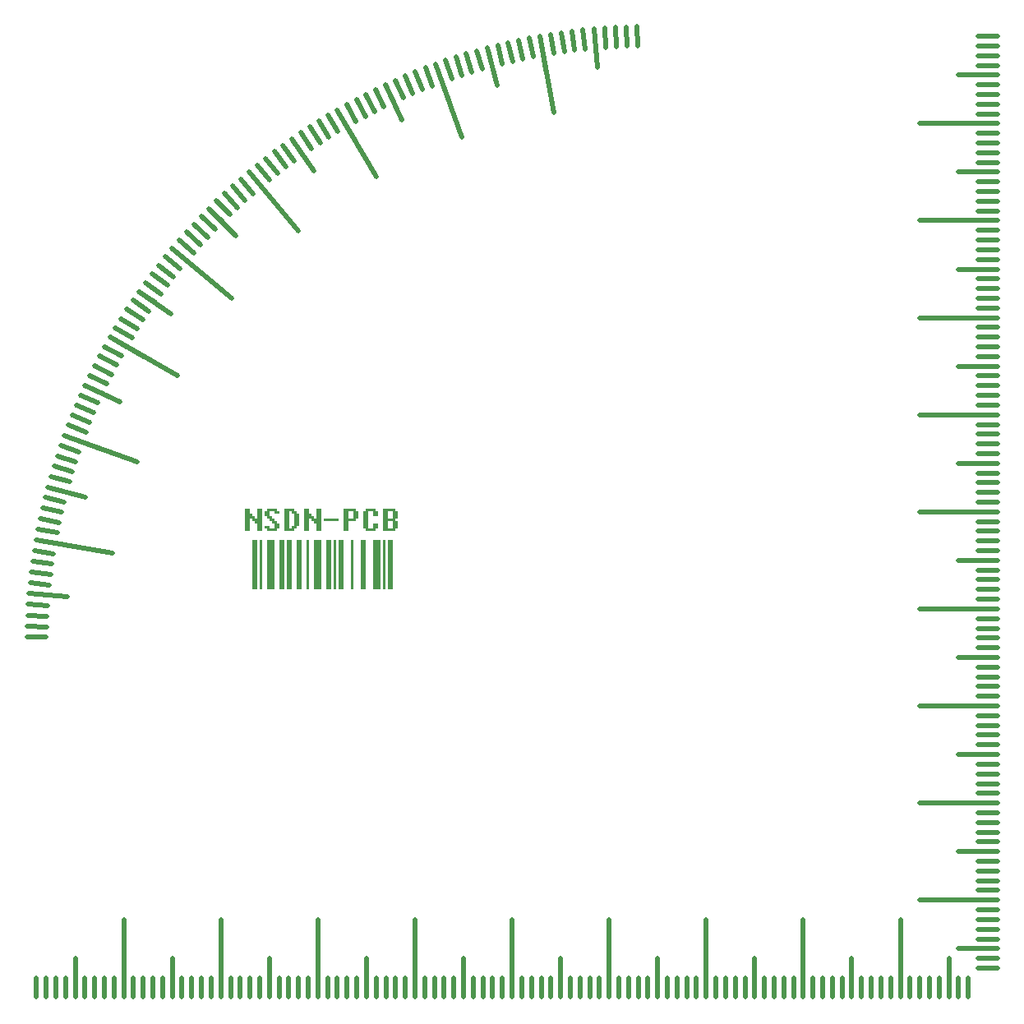
<source format=gts>
G04*
G04 #@! TF.GenerationSoftware,Altium Limited,Altium Designer,18.1.9 (240)*
G04*
G04 Layer_Color=8388736*
%FSLAX25Y25*%
%MOIN*%
G70*
G01*
G75*
%ADD10C,0.01968*%
G36*
X286331Y303381D02*
X284331D01*
Y323381D01*
X286331D01*
Y303381D01*
D02*
G37*
G36*
X283331D02*
X282331D01*
Y323381D01*
X283331D01*
Y303381D01*
D02*
G37*
G36*
X281331D02*
X278331D01*
Y323381D01*
X281331D01*
Y303381D01*
D02*
G37*
G36*
X275331D02*
X273331D01*
Y323381D01*
X275331D01*
Y303381D01*
D02*
G37*
G36*
X270331D02*
X269331D01*
Y323381D01*
X270331D01*
Y303381D01*
D02*
G37*
G36*
X266331D02*
X264331D01*
Y323381D01*
X266331D01*
Y303381D01*
D02*
G37*
G36*
X263331D02*
X262331D01*
Y323381D01*
X263331D01*
Y303381D01*
D02*
G37*
G36*
X261331D02*
X259331D01*
Y323381D01*
X261331D01*
Y303381D01*
D02*
G37*
G36*
X257331D02*
X254331D01*
Y323381D01*
X257331D01*
Y303381D01*
D02*
G37*
G36*
X252331D02*
X251331D01*
Y323381D01*
X252331D01*
Y303381D01*
D02*
G37*
G36*
X249331D02*
X247331D01*
Y323381D01*
X249331D01*
Y303381D01*
D02*
G37*
G36*
X245331D02*
X243331D01*
Y323381D01*
X245331D01*
Y303381D01*
D02*
G37*
G36*
X242331D02*
X240331D01*
Y323381D01*
X242331D01*
Y303381D01*
D02*
G37*
G36*
X238331D02*
X235331D01*
Y323381D01*
X238331D01*
Y303381D01*
D02*
G37*
G36*
X233331D02*
X232331D01*
Y323381D01*
X233331D01*
Y303381D01*
D02*
G37*
G36*
X231331D02*
X229331D01*
Y323381D01*
X231331D01*
Y303381D01*
D02*
G37*
G36*
X239381Y335000D02*
X240373D01*
Y333993D01*
X238374D01*
Y335000D01*
X236375D01*
Y333001D01*
X237382D01*
Y331994D01*
X238374D01*
Y331002D01*
X239381D01*
Y329995D01*
X240373D01*
Y327995D01*
X239381D01*
Y327003D01*
X235382D01*
Y327995D01*
X234375D01*
Y329002D01*
X236375D01*
Y327995D01*
X238374D01*
Y329995D01*
X237382D01*
Y331002D01*
X236375D01*
Y331994D01*
X235382D01*
Y333001D01*
X234375D01*
Y335000D01*
X235382D01*
Y335993D01*
X239381D01*
Y335000D01*
D02*
G37*
G36*
X279368D02*
X280360D01*
Y333001D01*
X278361D01*
Y335000D01*
X276362D01*
Y327995D01*
X278361D01*
Y329995D01*
X280360D01*
Y327995D01*
X279368D01*
Y327003D01*
X275369D01*
Y327995D01*
X274362D01*
Y335000D01*
X275369D01*
Y335993D01*
X279368D01*
Y335000D01*
D02*
G37*
G36*
X257375Y327003D02*
X255376D01*
Y329995D01*
X254369D01*
Y331002D01*
X253377D01*
Y331994D01*
X252369D01*
Y327003D01*
X250370D01*
Y335993D01*
X252369D01*
Y333993D01*
X253377D01*
Y333001D01*
X254369D01*
Y331994D01*
X255376D01*
Y335993D01*
X257375D01*
Y327003D01*
D02*
G37*
G36*
X233383D02*
X231384D01*
Y329995D01*
X230377D01*
Y331002D01*
X229384D01*
Y331994D01*
X228377D01*
Y327003D01*
X226378D01*
Y335993D01*
X228377D01*
Y333993D01*
X229384D01*
Y333001D01*
X230377D01*
Y331994D01*
X231384D01*
Y335993D01*
X233383D01*
Y327003D01*
D02*
G37*
G36*
X264366Y331002D02*
X258367D01*
Y331994D01*
X264366D01*
Y331002D01*
D02*
G37*
G36*
X287366Y335000D02*
X288358D01*
Y331994D01*
X287366D01*
Y331002D01*
X288358D01*
Y327995D01*
X287366D01*
Y327003D01*
X282360D01*
Y335993D01*
X287366D01*
Y335000D01*
D02*
G37*
G36*
X271371D02*
X272363D01*
Y331994D01*
X271371D01*
Y331002D01*
X268364D01*
Y327003D01*
X266365D01*
Y335993D01*
X271371D01*
Y335000D01*
D02*
G37*
G36*
X246372D02*
X247378D01*
Y333993D01*
X248371D01*
Y329002D01*
X247378D01*
Y327995D01*
X246372D01*
Y327003D01*
X242373D01*
Y335993D01*
X246372D01*
Y335000D01*
D02*
G37*
%LPC*%
G36*
X286358D02*
X284359D01*
Y331994D01*
X286358D01*
Y335000D01*
D02*
G37*
G36*
Y331002D02*
X284359D01*
Y327995D01*
X286358D01*
Y331002D01*
D02*
G37*
G36*
X270364Y335000D02*
X268364D01*
Y331994D01*
X270364D01*
Y335000D01*
D02*
G37*
G36*
X245379D02*
X244372D01*
Y327995D01*
X245379D01*
Y329002D01*
X246372D01*
Y333993D01*
X245379D01*
Y335000D01*
D02*
G37*
%LPD*%
D10*
X523622Y527559D02*
X531496D01*
X523622Y519685D02*
X531496D01*
X515748Y511811D02*
X531496D01*
X523622D02*
X531496D01*
X523622Y503937D02*
X531496D01*
X523622Y496063D02*
X531496D01*
X523622Y488189D02*
X531496D01*
X523622Y480315D02*
X531496D01*
X515748Y472441D02*
X531496D01*
X523622D02*
X531496D01*
X523622Y464567D02*
X531496D01*
X523622Y456693D02*
X531496D01*
X523622Y318898D02*
X531496D01*
X523622Y311024D02*
X531496D01*
X523622Y303150D02*
X531496D01*
X500000Y295276D02*
X531496D01*
X515748D02*
X531496D01*
X523622D02*
X531496D01*
X523622Y287402D02*
X531496D01*
X523622Y279528D02*
X531496D01*
X523622Y271654D02*
X531496D01*
X523622Y263779D02*
X531496D01*
X500000Y255906D02*
X531496D01*
X515748D02*
X531496D01*
X523622D02*
X531496D01*
X523622Y248031D02*
X531496D01*
X523622Y240158D02*
X531496D01*
X523622Y232283D02*
X531496D01*
X523622Y224410D02*
X531496D01*
X500000Y216535D02*
X531496D01*
X515748D02*
X531496D01*
X523622D02*
X531496D01*
X523622Y208661D02*
X531496D01*
X523622Y200787D02*
X531496D01*
X523622Y523622D02*
X531496D01*
X523622Y515748D02*
X531496D01*
X523622Y507874D02*
X531496D01*
X523622Y500000D02*
X531496D01*
X500000Y492126D02*
X531496D01*
X515748D02*
X531496D01*
X523622D02*
X531496D01*
X523622Y484252D02*
X531496D01*
X523622Y476378D02*
X531496D01*
X523622Y468504D02*
X531496D01*
X523622Y460630D02*
X531496D01*
X523622Y448819D02*
X531496D01*
X500000Y452756D02*
X531496D01*
X515748D02*
X531496D01*
X523622D02*
X531496D01*
X523622Y440945D02*
X531496D01*
X523622Y444882D02*
X531496D01*
X515748Y433071D02*
X531496D01*
X523622D02*
X531496D01*
X523622Y437008D02*
X531496D01*
X523622Y425197D02*
X531496D01*
X523622Y429134D02*
X531496D01*
X523622Y417323D02*
X531496D01*
X523622Y421260D02*
X531496D01*
X523622Y409449D02*
X531496D01*
X500000Y413386D02*
X531496D01*
X515748D02*
X531496D01*
X523622D02*
X531496D01*
X523622Y401575D02*
X531496D01*
X523622Y405512D02*
X531496D01*
X515748Y393701D02*
X531496D01*
X523622D02*
X531496D01*
X523622Y397638D02*
X531496D01*
X523622Y385827D02*
X531496D01*
X523622Y389764D02*
X531496D01*
X523622Y377953D02*
X531496D01*
X523622Y381890D02*
X531496D01*
X523622Y370079D02*
X531496D01*
X500000Y374016D02*
X531496D01*
X515748D02*
X531496D01*
X523622D02*
X531496D01*
X523622Y362205D02*
X531496D01*
X523622Y366142D02*
X531496D01*
X515748Y354331D02*
X531496D01*
X523622D02*
X531496D01*
X523622Y358268D02*
X531496D01*
X523622Y346457D02*
X531496D01*
X523622Y350394D02*
X531496D01*
X523622Y338583D02*
X531496D01*
X523622Y342520D02*
X531496D01*
X523622Y330709D02*
X531496D01*
X500000Y334646D02*
X531496D01*
X515748D02*
X531496D01*
X523622D02*
X531496D01*
X523622Y322835D02*
X531496D01*
X523622Y326772D02*
X531496D01*
X515748Y314961D02*
X531496D01*
X523622D02*
X531496D01*
X523622Y307087D02*
X531496D01*
X523622Y299213D02*
X531496D01*
X523622Y291339D02*
X531496D01*
X523622Y283465D02*
X531496D01*
X515748Y275591D02*
X531496D01*
X523622D02*
X531496D01*
X523622Y267717D02*
X531496D01*
X523622Y259842D02*
X531496D01*
X523622Y251969D02*
X531496D01*
X523622Y244094D02*
X531496D01*
X515748Y236221D02*
X531496D01*
X523622D02*
X531496D01*
X523622Y228346D02*
X531496D01*
X523622Y220472D02*
X531496D01*
X523622Y212598D02*
X531496D01*
X523622Y204724D02*
X531496D01*
X523622Y192913D02*
X531496D01*
X515748Y196850D02*
X531496D01*
X523622D02*
X531496D01*
X523622Y185039D02*
X531496D01*
X523622Y188976D02*
X531496D01*
X500000Y177165D02*
X531496D01*
X515748D02*
X531496D01*
X523622D02*
X531496D01*
X523622Y181102D02*
X531496D01*
X523622Y169291D02*
X531496D01*
X523622Y173228D02*
X531496D01*
X523622Y161417D02*
X531496D01*
X523622Y165354D02*
X531496D01*
X523622Y153543D02*
X531496D01*
X515748Y157480D02*
X531496D01*
X523622D02*
X531496D01*
X523622Y149606D02*
X531496D01*
X492126Y137795D02*
Y169291D01*
X500000Y137795D02*
Y145669D01*
X507874Y137795D02*
Y145669D01*
X515748Y137795D02*
Y145669D01*
X492126Y137795D02*
Y153543D01*
X484252Y137795D02*
Y145669D01*
X492126Y137795D02*
Y145669D01*
X338583Y137795D02*
Y145669D01*
X354331Y137795D02*
Y153543D01*
Y137795D02*
Y145669D01*
X346457Y137795D02*
Y145669D01*
X314961Y137795D02*
Y153543D01*
X307087Y137795D02*
Y145669D01*
X314961Y137795D02*
Y145669D01*
X322835Y137795D02*
Y145669D01*
X330709Y137795D02*
Y145669D01*
X275591Y137795D02*
Y153543D01*
Y137795D02*
Y145669D01*
X283465Y137795D02*
Y145669D01*
X291339Y137795D02*
Y145669D01*
X299213Y137795D02*
Y145669D01*
X244094Y137795D02*
Y145669D01*
X251969Y137795D02*
Y145669D01*
X259842Y137795D02*
Y145669D01*
X267717Y137795D02*
Y145669D01*
X236221Y137795D02*
Y153543D01*
Y137795D02*
Y145669D01*
X452756Y137795D02*
Y169291D01*
X413386Y137795D02*
Y169291D01*
X374016Y137795D02*
Y169291D01*
X334646Y137795D02*
Y169291D01*
X295276Y137795D02*
Y169291D01*
X255906Y137795D02*
Y169291D01*
X216535Y137795D02*
Y169291D01*
X177165Y137795D02*
Y169291D01*
X519685Y137795D02*
Y145669D01*
X511811Y137795D02*
Y153543D01*
Y137795D02*
Y145669D01*
X503937Y137795D02*
Y145669D01*
X496063Y137795D02*
Y145669D01*
X488189Y137795D02*
Y145669D01*
X476378Y137795D02*
Y145669D01*
X480315Y137795D02*
Y145669D01*
X472441Y137795D02*
Y153543D01*
X468504Y137795D02*
Y145669D01*
X472441Y137795D02*
Y145669D01*
X460630Y137795D02*
Y145669D01*
X464567Y137795D02*
Y145669D01*
X452756Y137795D02*
Y153543D01*
Y137795D02*
Y145669D01*
X456693Y137795D02*
Y145669D01*
X444882Y137795D02*
Y145669D01*
X448819Y137795D02*
Y145669D01*
X437008Y137795D02*
Y145669D01*
X440945Y137795D02*
Y145669D01*
X433071Y137795D02*
Y153543D01*
X429134Y137795D02*
Y145669D01*
X433071Y137795D02*
Y145669D01*
X421260Y137795D02*
Y145669D01*
X425197Y137795D02*
Y145669D01*
X413386Y137795D02*
Y153543D01*
Y137795D02*
Y145669D01*
X417323Y137795D02*
Y145669D01*
X405512Y137795D02*
Y145669D01*
X409449Y137795D02*
Y145669D01*
X397638Y137795D02*
Y145669D01*
X401575Y137795D02*
Y145669D01*
X393701Y137795D02*
Y153543D01*
X389764Y137795D02*
Y145669D01*
X393701Y137795D02*
Y145669D01*
X381890Y137795D02*
Y145669D01*
X385827Y137795D02*
Y145669D01*
X374016Y137795D02*
Y153543D01*
Y137795D02*
Y145669D01*
X377953Y137795D02*
Y145669D01*
X366142Y137795D02*
Y145669D01*
X370079Y137795D02*
Y145669D01*
X358268Y137795D02*
Y145669D01*
X362205Y137795D02*
Y145669D01*
X350394Y137795D02*
Y145669D01*
X342520Y137795D02*
Y145669D01*
X334646Y137795D02*
Y153543D01*
Y137795D02*
Y145669D01*
X326772Y137795D02*
Y145669D01*
X318898Y137795D02*
Y145669D01*
X311024Y137795D02*
Y145669D01*
X303150Y137795D02*
Y145669D01*
X295276Y137795D02*
Y153543D01*
Y137795D02*
Y145669D01*
X287402Y137795D02*
Y145669D01*
X279528Y137795D02*
Y145669D01*
X271654Y137795D02*
Y145669D01*
X263779Y137795D02*
Y145669D01*
X255906Y137795D02*
Y153543D01*
Y137795D02*
Y145669D01*
X248031Y137795D02*
Y145669D01*
X240158Y137795D02*
Y145669D01*
X228346Y137795D02*
Y145669D01*
X232283Y137795D02*
Y145669D01*
X220472Y137795D02*
Y145669D01*
X224410Y137795D02*
Y145669D01*
X216535Y137795D02*
Y153543D01*
X212598Y137795D02*
Y145669D01*
X216535Y137795D02*
Y145669D01*
X204724Y137795D02*
Y145669D01*
X208661Y137795D02*
Y145669D01*
X196850Y137795D02*
Y153543D01*
Y137795D02*
Y145669D01*
X200787Y137795D02*
Y145669D01*
X188976Y137795D02*
Y145669D01*
X192913Y137795D02*
Y145669D01*
X181102Y137795D02*
Y145669D01*
X185039Y137795D02*
Y145669D01*
X177165Y137795D02*
Y153543D01*
X173228Y137795D02*
Y145669D01*
X177165Y137795D02*
Y145669D01*
X165354Y137795D02*
Y145669D01*
X169291Y137795D02*
Y145669D01*
X157480Y137795D02*
Y153543D01*
Y137795D02*
Y145669D01*
X161417Y137795D02*
Y145669D01*
X149606Y137795D02*
Y145669D01*
X153543Y137795D02*
Y145669D01*
X141732Y137795D02*
Y145669D01*
X145669Y137795D02*
Y145669D01*
X146381Y344742D02*
X161592Y340666D01*
X141623Y323281D02*
X172641Y317812D01*
X283277Y507889D02*
X289933Y493616D01*
X191210Y434655D02*
X197415Y429807D01*
X221164Y466777D02*
X226433Y460925D01*
X224458Y469691D02*
X229623Y463748D01*
X171553Y405512D02*
X198829Y389764D01*
X252532Y490846D02*
X256820Y484242D01*
X183363Y424051D02*
X196263Y415018D01*
X188533Y431166D02*
X194821Y426427D01*
X161403Y386014D02*
X175675Y379359D01*
X157826Y377979D02*
X165074Y374903D01*
X161403Y386014D02*
X168539Y382686D01*
X152991Y365706D02*
X182587Y354934D01*
X152991Y365706D02*
X167789Y360320D01*
X154531Y369825D02*
X161882Y367003D01*
X193948Y438097D02*
X200067Y433141D01*
X159579Y382012D02*
X166772Y378810D01*
X156143Y373917D02*
X163443Y370967D01*
X380970Y531343D02*
X381245Y523473D01*
X346010Y527668D02*
X351479Y496651D01*
X303586Y516300D02*
X314358Y486704D01*
X267607Y499904D02*
X271424Y493017D01*
X275373Y504033D02*
X278947Y497017D01*
X227801Y472547D02*
X248047Y448419D01*
X227801Y472547D02*
X237924Y460483D01*
X227801Y472547D02*
X232863Y466515D01*
X196745Y441490D02*
X220872Y421244D01*
X196745Y441490D02*
X208808Y431367D01*
X196745Y441490D02*
X202777Y436428D01*
X171553Y405512D02*
X185191Y397638D01*
X324550Y522910D02*
X328625Y507699D01*
X324550Y522910D02*
X326588Y515305D01*
X333083Y525038D02*
X334855Y517366D01*
X341686Y526867D02*
X343188Y519137D01*
X350347Y528394D02*
X351579Y520617D01*
X303586Y516300D02*
X308972Y501502D01*
X291312Y511466D02*
X294389Y504218D01*
X299466Y514760D02*
X302288Y507409D01*
X307731Y517768D02*
X310294Y510323D01*
X316095Y520486D02*
X318397Y512956D01*
X283277Y507889D02*
X286605Y500752D01*
X263779Y497739D02*
X279528Y470462D01*
X263779Y497739D02*
X271654Y484100D01*
X259990Y495507D02*
X264046Y488757D01*
X245241Y485928D02*
X254273Y473028D01*
X234636Y478082D02*
X239484Y471877D01*
X238125Y480759D02*
X242864Y474470D01*
X241660Y483374D02*
X246289Y477004D01*
X245241Y485928D02*
X249757Y479478D01*
X248865Y488419D02*
X253268Y481891D01*
X211595Y457696D02*
X222731Y446561D01*
X199601Y444834D02*
X205543Y439668D01*
X202515Y448127D02*
X208366Y442859D01*
X205486Y451370D02*
X211244Y446000D01*
X208513Y454560D02*
X214177Y449090D01*
X211595Y457696D02*
X217163Y452128D01*
X214732Y460779D02*
X220201Y455114D01*
X217922Y463806D02*
X223292Y458047D01*
X173785Y409301D02*
X180534Y405245D01*
X178445Y416759D02*
X185049Y412471D01*
X180872Y420427D02*
X187400Y416023D01*
X183363Y424051D02*
X189813Y419534D01*
X185917Y427631D02*
X192287Y423003D01*
X165258Y393919D02*
X172274Y390344D01*
X169387Y401684D02*
X176274Y397867D01*
X146381Y344742D02*
X153987Y342704D01*
X148805Y353196D02*
X156335Y350894D01*
X151523Y361561D02*
X158968Y358997D01*
X140897Y318944D02*
X148674Y317712D01*
X142425Y327605D02*
X150154Y326103D01*
X144253Y336208D02*
X151925Y334437D01*
X137949Y288321D02*
X145818Y288046D01*
X176082Y413051D02*
X182760Y408878D01*
X171553Y405512D02*
X178372Y401575D01*
X167289Y397820D02*
X174241Y394123D01*
X163296Y389983D02*
X170373Y386531D01*
X152991Y365706D02*
X160390Y363013D01*
X150127Y357390D02*
X157616Y354957D01*
X147556Y348979D02*
X155125Y346809D01*
X145280Y340484D02*
X152920Y338579D01*
X143301Y331915D02*
X151003Y330278D01*
X141623Y323281D02*
X157132Y320547D01*
X141623Y323281D02*
X149378Y321914D01*
X140247Y314595D02*
X148045Y313499D01*
X139176Y305865D02*
X147006Y305042D01*
X139673Y310235D02*
X147489Y309275D01*
X138754Y301488D02*
X154442Y300115D01*
X138409Y297104D02*
X146264Y296555D01*
X138754Y301488D02*
X146598Y300802D01*
X138141Y292715D02*
X146004Y292302D01*
X137834Y283925D02*
X145706Y283788D01*
X385366Y531458D02*
X385504Y523585D01*
X376577Y531151D02*
X376989Y523287D01*
X372187Y530882D02*
X372737Y523028D01*
X279308Y505995D02*
X282760Y498918D01*
X271472Y502002D02*
X275168Y495050D01*
X367803Y530537D02*
X369176Y514849D01*
X367803Y530537D02*
X368490Y522693D01*
X359056Y529618D02*
X360016Y521803D01*
X363426Y530116D02*
X364249Y522285D01*
X354696Y529044D02*
X355792Y521246D01*
X346010Y527668D02*
X348745Y512159D01*
X346010Y527668D02*
X347377Y519914D01*
X337377Y525990D02*
X339014Y518288D01*
X328807Y524012D02*
X330712Y516371D01*
X320312Y521735D02*
X322482Y514166D01*
X311901Y519164D02*
X314334Y511675D01*
X303586Y516300D02*
X306278Y508901D01*
X295375Y513149D02*
X298324Y505848D01*
X287279Y509712D02*
X290482Y502519D01*
X263779Y497739D02*
X267717Y490920D01*
X256241Y493209D02*
X260413Y486531D01*
X231195Y475344D02*
X236150Y469225D01*
M02*

</source>
